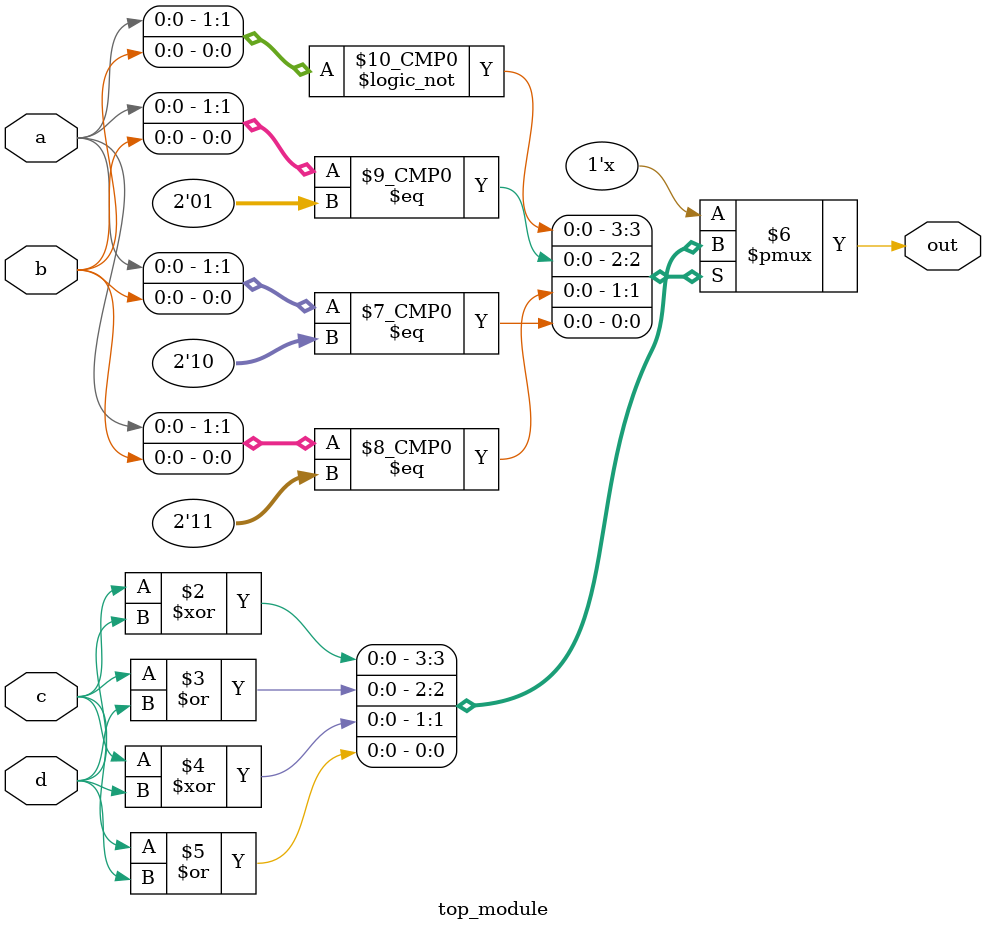
<source format=sv>
module top_module (
    input a, 
    input b,
    input c,
    input d,
    output reg out
);

always @(*) begin
    case ({a, b})
        2'b00: out = c ^ d;
        2'b01: out = c | d;
        2'b11: out = c ^ d;
        2'b10: out = c | d;
    endcase
end

endmodule

</source>
